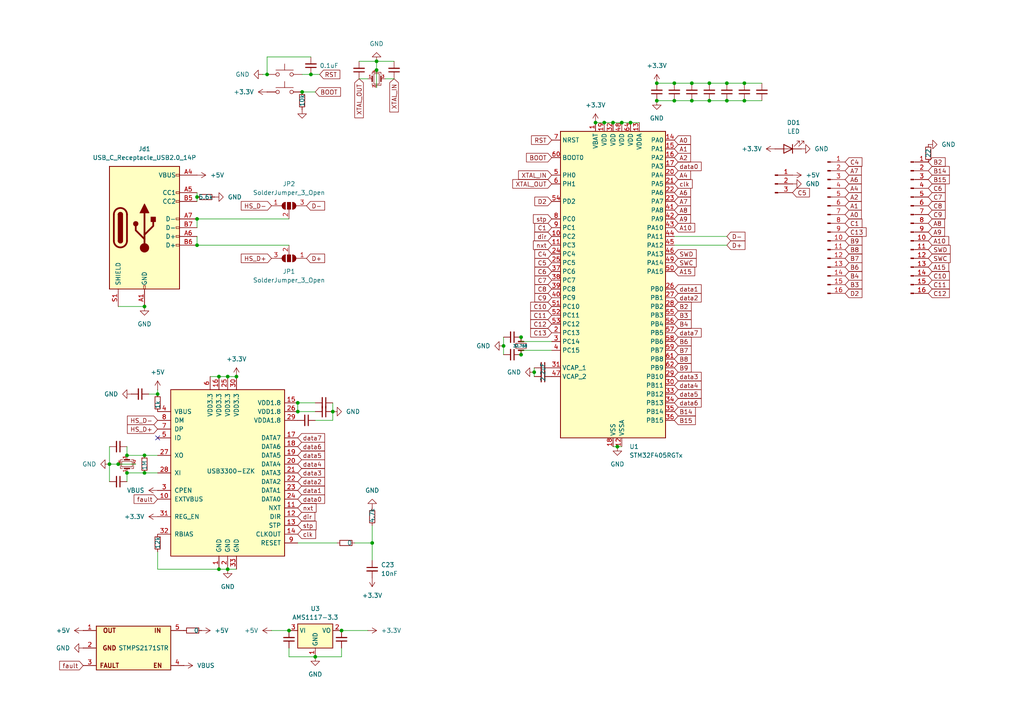
<source format=kicad_sch>
(kicad_sch (version 20241004) (generator "eeschema") (generator_version "8.99")
  (paper "A4")
  (lib_symbols
    (symbol "Connector:Conn_01x03_Pin" (pin_names (offset 1.016) (hide yes))
      (property "Reference" "J" (at 0 5.08 0))
      (property "Value" "Conn_01x03_Pin" (at 0 -5.08 0))
      (symbol "Conn_01x03_Pin_1_1"
        (pin passive line (at 5.08 2.54 180) (length 3.81) (name "Pin_1") (number "1"))
        (pin passive line (at 5.08 0 180) (length 3.81) (name "Pin_2") (number "2"))
        (pin passive line (at 5.08 -2.54 180) (length 3.81) (name "Pin_3") (number "3"))
      )
    )
    (symbol "Connector:Conn_01x16_Pin" (pin_names (offset 1.016) (hide yes))
      (property "Reference" "J" (at 0 20.32 0))
      (property "Value" "Conn_01x16_Pin" (at 0 -22.86 0))
      (symbol "Conn_01x16_Pin_1_1"
        (pin passive line (at 5.08 17.78 180) (length 3.81) (name "Pin_1") (number "1"))
        (pin passive line (at 5.08 15.24 180) (length 3.81) (name "Pin_2") (number "2"))
        (pin passive line (at 5.08 12.7 180) (length 3.81) (name "Pin_3") (number "3"))
        (pin passive line (at 5.08 10.16 180) (length 3.81) (name "Pin_4") (number "4"))
        (pin passive line (at 5.08 7.62 180) (length 3.81) (name "Pin_5") (number "5"))
        (pin passive line (at 5.08 5.08 180) (length 3.81) (name "Pin_6") (number "6"))
        (pin passive line (at 5.08 2.54 180) (length 3.81) (name "Pin_7") (number "7"))
        (pin passive line (at 5.08 0 180) (length 3.81) (name "Pin_8") (number "8"))
        (pin passive line (at 5.08 -2.54 180) (length 3.81) (name "Pin_9") (number "9"))
        (pin passive line (at 5.08 -5.08 180) (length 3.81) (name "Pin_10") (number "10"))
        (pin passive line (at 5.08 -7.62 180) (length 3.81) (name "Pin_11") (number "11"))
        (pin passive line (at 5.08 -10.16 180) (length 3.81) (name "Pin_12") (number "12"))
        (pin passive line (at 5.08 -12.7 180) (length 3.81) (name "Pin_13") (number "13"))
        (pin passive line (at 5.08 -15.24 180) (length 3.81) (name "Pin_14") (number "14"))
        (pin passive line (at 5.08 -17.78 180) (length 3.81) (name "Pin_15") (number "15"))
        (pin passive line (at 5.08 -20.32 180) (length 3.81) (name "Pin_16") (number "16"))
      )
    )
    (symbol "Connector:USB_C_Receptacle_USB2.0_14P" (pin_names (offset 1.016))
      (property "Reference" "J" (at 0 22.225 0))
      (property "Value" "USB_C_Receptacle_USB2.0_14P" (at 0 19.685 0))
      (symbol "USB_C_Receptacle_USB2.0_14P_1_1"
        (pin passive line (at -7.62 -22.86 90) (length 5.08) (name "SHIELD") (number "S1"))
        (pin passive line (at 0 -22.86 90) (length 5.08) (name "GND") (number "A1"))
        (pin passive line (at 0 -22.86 90) (length 5.08) (hide yes) (name "GND") (number "A12"))
        (pin passive line (at 0 -22.86 90) (length 5.08) (hide yes) (name "GND") (number "B1"))
        (pin passive line (at 0 -22.86 90) (length 5.08) (hide yes) (name "GND") (number "B12"))
        (pin passive line (at 15.24 15.24 180) (length 5.08) (name "VBUS") (number "A4"))
        (pin passive line (at 15.24 15.24 180) (length 5.08) (hide yes) (name "VBUS") (number "A9"))
        (pin passive line (at 15.24 15.24 180) (length 5.08) (hide yes) (name "VBUS") (number "B4"))
        (pin passive line (at 15.24 15.24 180) (length 5.08) (hide yes) (name "VBUS") (number "B9"))
        (pin bidirectional line (at 15.24 10.16 180) (length 5.08) (name "CC1") (number "A5"))
        (pin bidirectional line (at 15.24 7.62 180) (length 5.08) (name "CC2") (number "B5"))
        (pin bidirectional line (at 15.24 2.54 180) (length 5.08) (name "D-") (number "A7"))
        (pin bidirectional line (at 15.24 0 180) (length 5.08) (name "D-") (number "B7"))
        (pin bidirectional line (at 15.24 -2.54 180) (length 5.08) (name "D+") (number "A6"))
        (pin bidirectional line (at 15.24 -5.08 180) (length 5.08) (name "D+") (number "B6"))
      )
    )
    (symbol "Device:C_Small" (pin_numbers (hide yes)) (pin_names (offset 0.254) (hide yes))
      (property "Reference" "C" (at 0.254 1.778 0))
      (property "Value" "C_Small" (at 0.254 -2.032 0))
      (symbol "C_Small_1_1"
        (pin passive line (at 0 2.54 270) (length 2.032) (name "~") (number "1"))
        (pin passive line (at 0 -2.54 90) (length 2.032) (name "~") (number "2"))
      )
    )
    (symbol "Device:Crystal_GND24_Small" (pin_names (offset 1.016) (hide yes))
      (property "Reference" "Y" (at 1.27 4.445 0))
      (property "Value" "Crystal_GND24_Small" (at 1.27 2.54 0))
      (symbol "Crystal_GND24_Small_1_1"
        (pin passive line (at -2.54 0 0) (length 1.27) (name "1") (number "1"))
        (pin passive line (at 0 2.54 270) (length 0.635) (name "4") (number "4"))
        (pin passive line (at 0 -2.54 90) (length 0.635) (name "2") (number "2"))
        (pin passive line (at 2.54 0 180) (length 1.27) (name "3") (number "3"))
      )
    )
    (symbol "Device:Crystal_Small" (pin_numbers (hide yes)) (pin_names (offset 1.016) (hide yes))
      (property "Reference" "Y" (at 0 2.54 0))
      (property "Value" "Crystal_Small" (at 0 -2.54 0))
      (symbol "Crystal_Small_1_1"
        (pin passive line (at -2.54 0 0) (length 1.27) (name "1") (number "1"))
        (pin passive line (at 2.54 0 180) (length 1.27) (name "2") (number "2"))
      )
    )
    (symbol "Device:LED" (pin_numbers (hide yes)) (pin_names (offset 1.016) (hide yes))
      (property "Reference" "D" (at 0 2.54 0))
      (property "Value" "LED" (at 0 -2.54 0))
      (symbol "LED_1_1"
        (pin passive line (at -3.81 0 0) (length 2.54) (name "K") (number "1"))
        (pin passive line (at 3.81 0 180) (length 2.54) (name "A") (number "2"))
      )
    )
    (symbol "Device:R_Small" (pin_numbers (hide yes)) (pin_names (offset 0.254) (hide yes))
      (property "Reference" "R" (at 0.762 0.508 0))
      (property "Value" "R_Small" (at 0.762 -1.016 0))
      (symbol "R_Small_1_1"
        (pin passive line (at 0 2.54 270) (length 0.762) (name "~") (number "1"))
        (pin passive line (at 0 -2.54 90) (length 0.762) (name "~") (number "2"))
      )
    )
    (symbol "Interface_USB:USB3300-EZK" (pin_names (offset 1.016))
      (property "Reference" "U" (at 0 1.27 0))
      (property "Value" "USB3300-EZK" (at 0 -1.27 0))
      (symbol "USB3300-EZK_1_1"
        (pin power_in line (at -20.32 17.78 0) (length 3.81) (name "VBUS") (number "4"))
        (pin bidirectional line (at -20.32 15.24 0) (length 3.81) (name "DM") (number "8"))
        (pin bidirectional line (at -20.32 12.7 0) (length 3.81) (name "DP") (number "7"))
        (pin input line (at -20.32 10.16 0) (length 3.81) (name "ID") (number "5"))
        (pin output line (at -20.32 5.08 0) (length 3.81) (name "XO") (number "27"))
        (pin input line (at -20.32 0 0) (length 3.81) (name "XI") (number "28"))
        (pin output line (at -20.32 -5.08 0) (length 3.81) (name "CPEN") (number "3"))
        (pin input line (at -20.32 -7.62 0) (length 3.81) (name "EXTVBUS") (number "10"))
        (pin bidirectional line (at -20.32 -12.7 0) (length 3.81) (name "REG_EN") (number "31"))
        (pin passive line (at -20.32 -17.78 0) (length 3.81) (name "RBIAS") (number "32"))
        (pin power_in line (at -5.08 27.94 270) (length 3.81) (name "VDD3.3") (number "6"))
        (pin power_in line (at -2.54 27.94 270) (length 3.81) (name "VDD3.3") (number "16"))
        (pin power_in line (at -2.54 -27.94 90) (length 3.81) (name "GND") (number "1"))
        (pin power_in line (at 0 27.94 270) (length 3.81) (name "VDD3.3") (number "25"))
        (pin power_in line (at 0 -27.94 90) (length 3.81) (name "GND") (number "2"))
        (pin power_in line (at 2.54 27.94 270) (length 3.81) (name "VDD3.3") (number "30"))
        (pin power_in line (at 2.54 -27.94 90) (length 3.81) (name "GND") (number "33"))
        (pin power_out line (at 20.32 20.32 180) (length 3.81) (name "VDD1.8") (number "15"))
        (pin power_out line (at 20.32 17.78 180) (length 3.81) (name "VDD1.8") (number "26"))
        (pin power_out line (at 20.32 15.24 180) (length 3.81) (name "VDDA1.8") (number "29"))
        (pin bidirectional line (at 20.32 10.16 180) (length 3.81) (name "DATA7") (number "17"))
        (pin bidirectional line (at 20.32 7.62 180) (length 3.81) (name "DATA6") (number "18"))
        (pin bidirectional line (at 20.32 5.08 180) (length 3.81) (name "DATA5") (number "19"))
        (pin bidirectional line (at 20.32 2.54 180) (length 3.81) (name "DATA4") (number "20"))
        (pin bidirectional line (at 20.32 0 180) (length 3.81) (name "DATA3") (number "21"))
        (pin bidirectional line (at 20.32 -2.54 180) (length 3.81) (name "DATA2") (number "22"))
        (pin bidirectional line (at 20.32 -5.08 180) (length 3.81) (name "DATA1") (number "23"))
        (pin bidirectional line (at 20.32 -7.62 180) (length 3.81) (name "DATA0") (number "24"))
        (pin output line (at 20.32 -10.16 180) (length 3.81) (name "NXT") (number "11"))
        (pin output line (at 20.32 -12.7 180) (length 3.81) (name "DIR") (number "12"))
        (pin input line (at 20.32 -15.24 180) (length 3.81) (name "STP") (number "13"))
        (pin output line (at 20.32 -17.78 180) (length 3.81) (name "CLKOUT") (number "14"))
        (pin input line (at 20.32 -20.32 180) (length 3.81) (name "RESET") (number "9"))
      )
    )
    (symbol "Jumper:SolderJumper_3_Open" (pin_names (offset 0) (hide yes)) (exclude_from_sim yes) (in_bom no)
      (property "Reference" "JP" (at -2.54 -2.54 0))
      (property "Value" "SolderJumper_3_Open" (at 0 2.794 0))
      (symbol "SolderJumper_3_Open_1_1"
        (pin passive line (at -5.08 0 0) (length 2.54) (name "A") (number "1"))
        (pin passive line (at 0 -3.81 90) (length 2.54) (name "C") (number "2"))
        (pin passive line (at 5.08 0 180) (length 2.54) (name "B") (number "3"))
      )
    )
    (symbol "MCU_ST_STM32F4:STM32F405RGTx"
      (property "Reference" "U" (at -15.24 46.99 0))
      (property "Value" "STM32F405RGTx" (at 10.16 46.99 0))
      (symbol "STM32F405RGTx_1_1"
        (pin input line (at -17.78 43.18 0) (length 2.54) (name "NRST") (number "7"))
        (pin input line (at -17.78 38.1 0) (length 2.54) (name "BOOT0") (number "60"))
        (pin bidirectional line (at -17.78 33.02 0) (length 2.54) (name "PH0") (number "5"))
        (pin bidirectional line (at -17.78 30.48 0) (length 2.54) (name "PH1") (number "6"))
        (pin bidirectional line (at -17.78 25.4 0) (length 2.54) (name "PD2") (number "54"))
        (pin bidirectional line (at -17.78 20.32 0) (length 2.54) (name "PC0") (number "8"))
        (pin bidirectional line (at -17.78 17.78 0) (length 2.54) (name "PC1") (number "9"))
        (pin bidirectional line (at -17.78 15.24 0) (length 2.54) (name "PC2") (number "10"))
        (pin bidirectional line (at -17.78 12.7 0) (length 2.54) (name "PC3") (number "11"))
        (pin bidirectional line (at -17.78 10.16 0) (length 2.54) (name "PC4") (number "24"))
        (pin bidirectional line (at -17.78 7.62 0) (length 2.54) (name "PC5") (number "25"))
        (pin bidirectional line (at -17.78 5.08 0) (length 2.54) (name "PC6") (number "37"))
        (pin bidirectional line (at -17.78 2.54 0) (length 2.54) (name "PC7") (number "38"))
        (pin bidirectional line (at -17.78 0 0) (length 2.54) (name "PC8") (number "39"))
        (pin bidirectional line (at -17.78 -2.54 0) (length 2.54) (name "PC9") (number "40"))
        (pin bidirectional line (at -17.78 -5.08 0) (length 2.54) (name "PC10") (number "51"))
        (pin bidirectional line (at -17.78 -7.62 0) (length 2.54) (name "PC11") (number "52"))
        (pin bidirectional line (at -17.78 -10.16 0) (length 2.54) (name "PC12") (number "53"))
        (pin bidirectional line (at -17.78 -12.7 0) (length 2.54) (name "PC13") (number "2"))
        (pin bidirectional line (at -17.78 -15.24 0) (length 2.54) (name "PC14") (number "3"))
        (pin bidirectional line (at -17.78 -17.78 0) (length 2.54) (name "PC15") (number "4"))
        (pin power_out line (at -17.78 -22.86 0) (length 2.54) (name "VCAP_1") (number "31"))
        (pin power_out line (at -17.78 -25.4 0) (length 2.54) (name "VCAP_2") (number "47"))
        (pin power_in line (at -5.08 48.26 270) (length 2.54) (name "VBAT") (number "1"))
        (pin power_in line (at -2.54 48.26 270) (length 2.54) (name "VDD") (number "19"))
        (pin power_in line (at 0 48.26 270) (length 2.54) (name "VDD") (number "32"))
        (pin power_in line (at 0 -45.72 90) (length 2.54) (name "VSS") (number "18"))
        (pin passive line (at 0 -45.72 90) (length 2.54) (hide yes) (name "VSS") (number "63"))
        (pin power_in line (at 2.54 48.26 270) (length 2.54) (name "VDD") (number "48"))
        (pin power_in line (at 2.54 -45.72 90) (length 2.54) (name "VSSA") (number "12"))
        (pin power_in line (at 5.08 48.26 270) (length 2.54) (name "VDD") (number "64"))
        (pin power_in line (at 7.62 48.26 270) (length 2.54) (name "VDDA") (number "13"))
        (pin bidirectional line (at 17.78 43.18 180) (length 2.54) (name "PA0") (number "14"))
        (pin bidirectional line (at 17.78 40.64 180) (length 2.54) (name "PA1") (number "15"))
        (pin bidirectional line (at 17.78 38.1 180) (length 2.54) (name "PA2") (number "16"))
        (pin bidirectional line (at 17.78 35.56 180) (length 2.54) (name "PA3") (number "17"))
        (pin bidirectional line (at 17.78 33.02 180) (length 2.54) (name "PA4") (number "20"))
        (pin bidirectional line (at 17.78 30.48 180) (length 2.54) (name "PA5") (number "21"))
        (pin bidirectional line (at 17.78 27.94 180) (length 2.54) (name "PA6") (number "22"))
        (pin bidirectional line (at 17.78 25.4 180) (length 2.54) (name "PA7") (number "23"))
        (pin bidirectional line (at 17.78 22.86 180) (length 2.54) (name "PA8") (number "41"))
        (pin bidirectional line (at 17.78 20.32 180) (length 2.54) (name "PA9") (number "42"))
        (pin bidirectional line (at 17.78 17.78 180) (length 2.54) (name "PA10") (number "43"))
        (pin bidirectional line (at 17.78 15.24 180) (length 2.54) (name "PA11") (number "44"))
        (pin bidirectional line (at 17.78 12.7 180) (length 2.54) (name "PA12") (number "45"))
        (pin bidirectional line (at 17.78 10.16 180) (length 2.54) (name "PA13") (number "46"))
        (pin bidirectional line (at 17.78 7.62 180) (length 2.54) (name "PA14") (number "49"))
        (pin bidirectional line (at 17.78 5.08 180) (length 2.54) (name "PA15") (number "50"))
        (pin bidirectional line (at 17.78 0 180) (length 2.54) (name "PB0") (number "26"))
        (pin bidirectional line (at 17.78 -2.54 180) (length 2.54) (name "PB1") (number "27"))
        (pin bidirectional line (at 17.78 -5.08 180) (length 2.54) (name "PB2") (number "28"))
        (pin bidirectional line (at 17.78 -7.62 180) (length 2.54) (name "PB3") (number "55"))
        (pin bidirectional line (at 17.78 -10.16 180) (length 2.54) (name "PB4") (number "56"))
        (pin bidirectional line (at 17.78 -12.7 180) (length 2.54) (name "PB5") (number "57"))
        (pin bidirectional line (at 17.78 -15.24 180) (length 2.54) (name "PB6") (number "58"))
        (pin bidirectional line (at 17.78 -17.78 180) (length 2.54) (name "PB7") (number "59"))
        (pin bidirectional line (at 17.78 -20.32 180) (length 2.54) (name "PB8") (number "61"))
        (pin bidirectional line (at 17.78 -22.86 180) (length 2.54) (name "PB9") (number "62"))
        (pin bidirectional line (at 17.78 -25.4 180) (length 2.54) (name "PB10") (number "29"))
        (pin bidirectional line (at 17.78 -27.94 180) (length 2.54) (name "PB11") (number "30"))
        (pin bidirectional line (at 17.78 -30.48 180) (length 2.54) (name "PB12") (number "33"))
        (pin bidirectional line (at 17.78 -33.02 180) (length 2.54) (name "PB13") (number "34"))
        (pin bidirectional line (at 17.78 -35.56 180) (length 2.54) (name "PB14") (number "35"))
        (pin bidirectional line (at 17.78 -38.1 180) (length 2.54) (name "PB15") (number "36"))
      )
    )
    (symbol "Regulator_Linear:AMS1117-3.3"
      (property "Reference" "U" (at -3.81 3.175 0))
      (property "Value" "AMS1117-3.3" (at 0 3.175 0))
      (symbol "AMS1117-3.3_1_1"
        (pin power_in line (at -7.62 0 0) (length 2.54) (name "VI") (number "3"))
        (pin power_in line (at 0 -7.62 90) (length 2.54) (name "GND") (number "1"))
        (pin power_out line (at 7.62 0 180) (length 2.54) (name "VO") (number "2"))
      )
    )
    (symbol "STMPS2171STR:Conn_01x01" (pin_names (offset 1.016) (hide yes))
      (symbol "Conn_01x01_1_1"
        (text "OUT" (at 2.54 10.16 0) (effects (font (size 1.27 1.27) (thickness 0.254) (bold yes))))
        (text "GND" (at 2.54 5.08 0) (effects (font (size 1.27 1.27) (thickness 0.254) (bold yes))))
        (text "FAULT" (at 2.54 0 0) (effects (font (size 1.27 1.27) (thickness 0.254) (bold yes))))
        (text "IN" (at 16.51 10.16 0) (effects (font (size 1.27 1.27) (thickness 0.254) (bold yes))))
        (text "EN" (at 16.51 0 0) (effects (font (size 1.27 1.27) (thickness 0.254) (bold yes))))
        (pin passive line (at -5.08 10.16 0) (length 3.81) (name "Pin_1") (number "1"))
        (pin passive line (at -5.08 5.08 0) (length 3.81) (name "Pin_2") (number "2"))
        (pin passive line (at -5.08 0 0) (length 3.81) (name "Pin_3") (number "3"))
        (pin passive line (at 24.13 10.16 180) (length 3.81) (name "Pin_5") (number "5"))
        (pin passive line (at 24.13 0 180) (length 3.81) (name "Pin_4") (number "4"))
      )
    )
    (symbol "Switch:SW_Push" (pin_numbers (hide yes)) (pin_names (offset 1.016) (hide yes))
      (property "Reference" "SW" (at 1.27 2.54 0))
      (property "Value" "SW_Push" (at 0 -1.524 0))
      (symbol "SW_Push_0_1"
        (pin passive line (at -5.08 0 0) (length 2.54) (name "1") (number "1"))
        (pin passive line (at 5.08 0 180) (length 2.54) (name "2") (number "2"))
      )
    )
    (symbol "power:+3.3V" (power) (pin_numbers (hide yes)) (pin_names (offset 0) (hide yes))
      (property "Value" "+3.3V" (at 0 3.556 0))
      (symbol "+3.3V_1_1"
        (pin power_in line (at 0 0 90) (length 0) (name "~") (number "1"))
      )
    )
    (symbol "power:+5V" (power) (pin_numbers (hide yes)) (pin_names (offset 0) (hide yes))
      (property "Value" "+5V" (at 0 3.556 0))
      (symbol "+5V_1_1"
        (pin power_in line (at 0 0 90) (length 0) (name "~") (number "1"))
      )
    )
    (symbol "power:GND" (power) (pin_numbers (hide yes)) (pin_names (offset 0) (hide yes))
      (property "Value" "GND" (at 0 -3.81 0))
      (symbol "GND_1_1"
        (pin power_in line (at 0 0 270) (length 0) (name "~") (number "1"))
      )
    )
    (symbol "power:VBUS" (power) (pin_numbers (hide yes)) (pin_names (offset 0) (hide yes))
      (property "Value" "VBUS" (at 0 3.556 0))
      (symbol "VBUS_1_1"
        (pin power_in line (at 0 0 90) (length 0) (name "~") (number "1"))
      )
    )
  )
  (junction (at 195.58 29.21))
  (junction (at 57.15 63.5))
  (junction (at 86.36 116.84))
  (junction (at 91.44 190.5))
  (junction (at 107.95 157.48))
  (junction (at 45.72 114.3))
  (junction (at 205.74 24.13))
  (junction (at 172.72 35.56))
  (junction (at 63.5 109.22))
  (junction (at 182.88 35.56))
  (junction (at 99.06 182.88))
  (junction (at 66.04 165.1))
  (junction (at 90.17 21.59))
  (junction (at 87.63 26.67))
  (junction (at 200.66 29.21))
  (junction (at 151.13 102.87))
  (junction (at 41.91 137.16))
  (junction (at 210.82 24.13))
  (junction (at 57.15 71.12))
  (junction (at 205.74 29.21))
  (junction (at 63.5 165.1))
  (junction (at 175.26 35.56))
  (junction (at 177.8 35.56))
  (junction (at 36.83 132.08))
  (junction (at 109.22 20.32))
  (junction (at 215.9 29.21))
  (junction (at 179.07 129.54))
  (junction (at 210.82 29.21))
  (junction (at 41.91 88.9))
  (junction (at 57.15 57.15))
  (junction (at 215.9 24.13))
  (junction (at 41.91 132.08))
  (junction (at 96.52 119.38))
  (junction (at 180.34 35.56))
  (junction (at 146.05 100.33))
  (junction (at 200.66 24.13))
  (junction (at 151.13 97.79))
  (junction (at 109.22 17.78))
  (junction (at 68.58 109.22))
  (junction (at 36.83 137.16))
  (junction (at 154.94 107.95))
  (junction (at 83.82 182.88))
  (junction (at 195.58 24.13))
  (junction (at 66.04 109.22))
  (junction (at 31.75 134.62))
  (junction (at 86.36 119.38))
  (junction (at 190.5 24.13))
  (junction (at 77.47 21.59))
  (junction (at 190.5 29.21))
  (junction (at 34.29 134.62))
  (no_connect (at 45.72 127))
  (wire (pts (xy 91.44 119.38) (xy 86.36 119.38)))
  (wire (pts (xy 146.05 100.33) (xy 146.05 102.87)))
  (wire (pts (xy 107.95 157.48) (xy 107.95 162.56)))
  (wire (pts (xy 31.75 129.54) (xy 31.75 134.62)))
  (wire (pts (xy 63.5 165.1) (xy 66.04 165.1)))
  (wire (pts (xy 109.22 17.78) (xy 104.14 17.78)))
  (wire (pts (xy 195.58 68.58) (xy 210.82 68.58)))
  (wire (pts (xy 114.3 22.86) (xy 111.76 22.86)))
  (wire (pts (xy 45.72 160.02) (xy 45.72 165.1)))
  (wire (pts (xy 107.95 152.4) (xy 107.95 157.48)))
  (wire (pts (xy 200.66 24.13) (xy 205.74 24.13)))
  (wire (pts (xy 195.58 29.21) (xy 200.66 29.21)))
  (wire (pts (xy 190.5 24.13) (xy 195.58 24.13)))
  (wire (pts (xy 109.22 20.32) (xy 109.22 25.4)))
  (wire (pts (xy 180.34 35.56) (xy 182.88 35.56)))
  (wire (pts (xy 91.44 121.92) (xy 96.52 121.92)))
  (wire (pts (xy 83.82 190.5) (xy 91.44 190.5)))
  (wire (pts (xy 182.88 35.56) (xy 185.42 35.56)))
  (wire (pts (xy 43.18 114.3) (xy 45.72 114.3)))
  (wire (pts (xy 172.72 35.56) (xy 175.26 35.56)))
  (wire (pts (xy 34.29 88.9) (xy 41.91 88.9)))
  (wire (pts (xy 175.26 35.56) (xy 177.8 35.56)))
  (wire (pts (xy 36.83 139.7) (xy 36.83 137.16)))
  (wire (pts (xy 77.47 16.51) (xy 90.17 16.51)))
  (wire (pts (xy 92.71 21.59) (xy 90.17 21.59)))
  (wire (pts (xy 57.15 55.88) (xy 57.15 57.15)))
  (wire (pts (xy 66.04 109.22) (xy 68.58 109.22)))
  (wire (pts (xy 151.13 101.6) (xy 151.13 102.87)))
  (wire (pts (xy 104.14 22.86) (xy 106.68 22.86)))
  (wire (pts (xy 31.75 134.62) (xy 31.75 139.7)))
  (wire (pts (xy 90.17 21.59) (xy 87.63 21.59)))
  (wire (pts (xy 151.13 97.79) (xy 151.13 99.06)))
  (wire (pts (xy 60.96 109.22) (xy 63.5 109.22)))
  (wire (pts (xy 83.82 187.96) (xy 83.82 190.5)))
  (wire (pts (xy 41.91 137.16) (xy 45.72 137.16)))
  (wire (pts (xy 57.15 57.15) (xy 57.15 58.42)))
  (wire (pts (xy 57.15 68.58) (xy 57.15 71.12)))
  (wire (pts (xy 78.74 182.88) (xy 83.82 182.88)))
  (wire (pts (xy 45.72 113.03) (xy 45.72 114.3)))
  (wire (pts (xy 160.02 101.6) (xy 151.13 101.6)))
  (wire (pts (xy 154.94 107.95) (xy 154.94 109.22)))
  (wire (pts (xy 99.06 190.5) (xy 91.44 190.5)))
  (wire (pts (xy 177.8 129.54) (xy 179.07 129.54)))
  (wire (pts (xy 151.13 99.06) (xy 160.02 99.06)))
  (wire (pts (xy 96.52 116.84) (xy 96.52 119.38)))
  (wire (pts (xy 34.29 134.62) (xy 39.37 134.62)))
  (wire (pts (xy 205.74 24.13) (xy 210.82 24.13)))
  (wire (pts (xy 102.87 157.48) (xy 107.95 157.48)))
  (wire (pts (xy 200.66 29.21) (xy 205.74 29.21)))
  (wire (pts (xy 215.9 29.21) (xy 220.98 29.21)))
  (wire (pts (xy 96.52 121.92) (xy 96.52 119.38)))
  (wire (pts (xy 91.44 116.84) (xy 86.36 116.84)))
  (wire (pts (xy 154.94 106.68) (xy 154.94 107.95)))
  (wire (pts (xy 205.74 29.21) (xy 210.82 29.21)))
  (wire (pts (xy 109.22 17.78) (xy 109.22 20.32)))
  (wire (pts (xy 210.82 24.13) (xy 215.9 24.13)))
  (wire (pts (xy 190.5 29.21) (xy 195.58 29.21)))
  (wire (pts (xy 146.05 97.79) (xy 146.05 100.33)))
  (wire (pts (xy 66.04 165.1) (xy 68.58 165.1)))
  (wire (pts (xy 83.82 71.12) (xy 57.15 71.12)))
  (wire (pts (xy 106.68 182.88) (xy 99.06 182.88)))
  (wire (pts (xy 36.83 132.08) (xy 41.91 132.08)))
  (wire (pts (xy 31.75 134.62) (xy 34.29 134.62)))
  (wire (pts (xy 99.06 187.96) (xy 99.06 190.5)))
  (wire (pts (xy 86.36 116.84) (xy 86.36 119.38)))
  (wire (pts (xy 97.79 157.48) (xy 86.36 157.48)))
  (wire (pts (xy 76.2 21.59) (xy 77.47 21.59)))
  (wire (pts (xy 41.91 132.08) (xy 45.72 132.08)))
  (wire (pts (xy 57.15 63.5) (xy 57.15 66.04)))
  (wire (pts (xy 109.22 17.78) (xy 114.3 17.78)))
  (wire (pts (xy 195.58 24.13) (xy 200.66 24.13)))
  (wire (pts (xy 77.47 16.51) (xy 77.47 21.59)))
  (wire (pts (xy 91.44 26.67) (xy 87.63 26.67)))
  (wire (pts (xy 36.83 137.16) (xy 41.91 137.16)))
  (wire (pts (xy 36.83 129.54) (xy 36.83 132.08)))
  (wire (pts (xy 210.82 29.21) (xy 215.9 29.21)))
  (wire (pts (xy 83.82 63.5) (xy 57.15 63.5)))
  (wire (pts (xy 177.8 35.56) (xy 180.34 35.56)))
  (wire (pts (xy 179.07 129.54) (xy 180.34 129.54)))
  (wire (pts (xy 45.72 165.1) (xy 63.5 165.1)))
  (wire (pts (xy 215.9 24.13) (xy 220.98 24.13)))
  (wire (pts (xy 195.58 71.12) (xy 210.82 71.12)))
  (wire (pts (xy 63.5 109.22) (xy 66.04 109.22)))
  (global_label "A8" (shape input) (at 269.24 64.77 0) (property "Intersheetrefs" "${INTERSHEET_REFS}" (effects (hide yes))))
  (global_label "C6" (shape input) (at 160.02 78.74 180) (property "Intersheetrefs" "${INTERSHEET_REFS}" (effects (hide yes))))
  (global_label "B6" (shape input) (at 195.58 99.06 0) (property "Intersheetrefs" "${INTERSHEET_REFS}" (effects (hide yes))))
  (global_label "D2" (shape input) (at 160.02 58.42 180) (property "Intersheetrefs" "${INTERSHEET_REFS}" (effects (hide yes))))
  (global_label "C9" (shape input) (at 160.02 86.36 180) (property "Intersheetrefs" "${INTERSHEET_REFS}" (effects (hide yes))))
  (global_label "nxt" (shape input) (at 160.02 71.12 180) (property "Intersheetrefs" "${INTERSHEET_REFS}" (effects (hide yes))))
  (global_label "data4" (shape input) (at 195.58 111.76 0) (property "Intersheetrefs" "${INTERSHEET_REFS}" (effects (hide yes))))
  (global_label "A6" (shape input) (at 195.58 55.88 0) (property "Intersheetrefs" "${INTERSHEET_REFS}" (effects (hide yes))))
  (global_label "A0" (shape input) (at 195.58 40.64 0) (property "Intersheetrefs" "${INTERSHEET_REFS}" (effects (hide yes))))
  (global_label "stp" (shape input) (at 86.36 152.4 0) (property "Intersheetrefs" "${INTERSHEET_REFS}" (effects (hide yes))))
  (global_label "SWD" (shape input) (at 195.58 73.66 0) (property "Intersheetrefs" "${INTERSHEET_REFS}" (effects (hide yes))))
  (global_label "dir" (shape input) (at 86.36 149.86 0) (property "Intersheetrefs" "${INTERSHEET_REFS}" (effects (hide yes))))
  (global_label "C4" (shape input) (at 245.11 46.99 0) (property "Intersheetrefs" "${INTERSHEET_REFS}" (effects (hide yes))))
  (global_label "A9" (shape input) (at 195.58 63.5 0) (property "Intersheetrefs" "${INTERSHEET_REFS}" (effects (hide yes))))
  (global_label "XTAL_OUT" (shape input) (at 104.14 22.86 270) (property "Intersheetrefs" "${INTERSHEET_REFS}" (effects (hide yes))))
  (global_label "BOOT" (shape input) (at 91.44 26.67 0) (property "Intersheetrefs" "${INTERSHEET_REFS}" (effects (hide yes))))
  (global_label "C12" (shape input) (at 160.02 93.98 180) (property "Intersheetrefs" "${INTERSHEET_REFS}" (effects (hide yes))))
  (global_label "B2" (shape input) (at 195.58 88.9 0) (property "Intersheetrefs" "${INTERSHEET_REFS}" (effects (hide yes))))
  (global_label "C7" (shape input) (at 269.24 57.15 0) (property "Intersheetrefs" "${INTERSHEET_REFS}" (effects (hide yes))))
  (global_label "B4" (shape input) (at 245.11 80.01 0) (property "Intersheetrefs" "${INTERSHEET_REFS}" (effects (hide yes))))
  (global_label "clk" (shape input) (at 86.36 154.94 0) (property "Intersheetrefs" "${INTERSHEET_REFS}" (effects (hide yes))))
  (global_label "A1" (shape input) (at 245.11 59.69 0) (property "Intersheetrefs" "${INTERSHEET_REFS}" (effects (hide yes))))
  (global_label "clk" (shape input) (at 195.58 53.34 0) (property "Intersheetrefs" "${INTERSHEET_REFS}" (effects (hide yes))))
  (global_label "data3" (shape input) (at 86.36 137.16 0) (property "Intersheetrefs" "${INTERSHEET_REFS}" (effects (hide yes))))
  (global_label "HS_D+" (shape input) (at 45.72 124.46 180) (property "Intersheetrefs" "${INTERSHEET_REFS}" (effects (hide yes))))
  (global_label "SWD" (shape input) (at 269.24 72.39 0) (property "Intersheetrefs" "${INTERSHEET_REFS}" (effects (hide yes))))
  (global_label "C4" (shape input) (at 160.02 73.66 180) (property "Intersheetrefs" "${INTERSHEET_REFS}" (effects (hide yes))))
  (global_label "C6" (shape input) (at 269.24 54.61 0) (property "Intersheetrefs" "${INTERSHEET_REFS}" (effects (hide yes))))
  (global_label "A6" (shape input) (at 245.11 52.07 0) (property "Intersheetrefs" "${INTERSHEET_REFS}" (effects (hide yes))))
  (global_label "data7" (shape input) (at 86.36 127 0) (property "Intersheetrefs" "${INTERSHEET_REFS}" (effects (hide yes))))
  (global_label "C1" (shape input) (at 245.11 64.77 0) (property "Intersheetrefs" "${INTERSHEET_REFS}" (effects (hide yes))))
  (global_label "C9" (shape input) (at 269.24 62.23 0) (property "Intersheetrefs" "${INTERSHEET_REFS}" (effects (hide yes))))
  (global_label "XTAL_IN" (shape input) (at 160.02 50.8 180) (property "Intersheetrefs" "${INTERSHEET_REFS}" (effects (hide yes))))
  (global_label "XTAL_OUT" (shape input) (at 160.02 53.34 180) (property "Intersheetrefs" "${INTERSHEET_REFS}" (effects (hide yes))))
  (global_label "D+" (shape input) (at 88.9 74.93 0) (property "Intersheetrefs" "${INTERSHEET_REFS}" (effects (hide yes))))
  (global_label "B14" (shape input) (at 195.58 119.38 0) (property "Intersheetrefs" "${INTERSHEET_REFS}" (effects (hide yes))))
  (global_label "C8" (shape input) (at 160.02 83.82 180) (property "Intersheetrefs" "${INTERSHEET_REFS}" (effects (hide yes))))
  (global_label "C5" (shape input) (at 160.02 76.2 180) (property "Intersheetrefs" "${INTERSHEET_REFS}" (effects (hide yes))))
  (global_label "D-" (shape input) (at 210.82 68.58 0) (property "Intersheetrefs" "${INTERSHEET_REFS}" (effects (hide yes))))
  (global_label "data5" (shape input) (at 86.36 132.08 0) (property "Intersheetrefs" "${INTERSHEET_REFS}" (effects (hide yes))))
  (global_label "SWC" (shape input) (at 195.58 76.2 0) (property "Intersheetrefs" "${INTERSHEET_REFS}" (effects (hide yes))))
  (global_label "A10" (shape input) (at 195.58 66.04 0) (property "Intersheetrefs" "${INTERSHEET_REFS}" (effects (hide yes))))
  (global_label "nxt" (shape input) (at 86.36 147.32 0) (property "Intersheetrefs" "${INTERSHEET_REFS}" (effects (hide yes))))
  (global_label "data6" (shape input) (at 86.36 129.54 0) (property "Intersheetrefs" "${INTERSHEET_REFS}" (effects (hide yes))))
  (global_label "C7" (shape input) (at 160.02 81.28 180) (property "Intersheetrefs" "${INTERSHEET_REFS}" (effects (hide yes))))
  (global_label "dir" (shape input) (at 160.02 68.58 180) (property "Intersheetrefs" "${INTERSHEET_REFS}" (effects (hide yes))))
  (global_label "data0" (shape input) (at 195.58 48.26 0) (property "Intersheetrefs" "${INTERSHEET_REFS}" (effects (hide yes))))
  (global_label "data0" (shape input) (at 86.36 144.78 0) (property "Intersheetrefs" "${INTERSHEET_REFS}" (effects (hide yes))))
  (global_label "B15" (shape input) (at 195.58 121.92 0) (property "Intersheetrefs" "${INTERSHEET_REFS}" (effects (hide yes))))
  (global_label "C13" (shape input) (at 245.11 67.31 0) (property "Intersheetrefs" "${INTERSHEET_REFS}" (effects (hide yes))))
  (global_label "C13" (shape input) (at 160.02 96.52 180) (property "Intersheetrefs" "${INTERSHEET_REFS}" (effects (hide yes))))
  (global_label "D+" (shape input) (at 210.82 71.12 0) (property "Intersheetrefs" "${INTERSHEET_REFS}" (effects (hide yes))))
  (global_label "data5" (shape input) (at 195.58 114.3 0) (property "Intersheetrefs" "${INTERSHEET_REFS}" (effects (hide yes))))
  (global_label "A9" (shape input) (at 269.24 67.31 0) (property "Intersheetrefs" "${INTERSHEET_REFS}" (effects (hide yes))))
  (global_label "fault" (shape input) (at 24.13 193.04 180) (property "Intersheetrefs" "${INTERSHEET_REFS}" (effects (hide yes))))
  (global_label "A8" (shape input) (at 195.58 60.96 0) (property "Intersheetrefs" "${INTERSHEET_REFS}" (effects (hide yes))))
  (global_label "data6" (shape input) (at 195.58 116.84 0) (property "Intersheetrefs" "${INTERSHEET_REFS}" (effects (hide yes))))
  (global_label "BOOT" (shape input) (at 160.02 45.72 180) (property "Intersheetrefs" "${INTERSHEET_REFS}" (effects (hide yes))))
  (global_label "C11" (shape input) (at 160.02 91.44 180) (property "Intersheetrefs" "${INTERSHEET_REFS}" (effects (hide yes))))
  (global_label "B3" (shape input) (at 245.11 82.55 0) (property "Intersheetrefs" "${INTERSHEET_REFS}" (effects (hide yes))))
  (global_label "B2" (shape input) (at 269.24 46.99 0) (property "Intersheetrefs" "${INTERSHEET_REFS}" (effects (hide yes))))
  (global_label "B9" (shape input) (at 245.11 69.85 0) (property "Intersheetrefs" "${INTERSHEET_REFS}" (effects (hide yes))))
  (global_label "stp" (shape input) (at 160.02 63.5 180) (property "Intersheetrefs" "${INTERSHEET_REFS}" (effects (hide yes))))
  (global_label "SWC" (shape input) (at 269.24 74.93 0) (property "Intersheetrefs" "${INTERSHEET_REFS}" (effects (hide yes))))
  (global_label "B3" (shape input) (at 195.58 91.44 0) (property "Intersheetrefs" "${INTERSHEET_REFS}" (effects (hide yes))))
  (global_label "RST" (shape input) (at 160.02 40.64 180) (property "Intersheetrefs" "${INTERSHEET_REFS}" (effects (hide yes))))
  (global_label "A2" (shape input) (at 245.11 57.15 0) (property "Intersheetrefs" "${INTERSHEET_REFS}" (effects (hide yes))))
  (global_label "A2" (shape input) (at 195.58 45.72 0) (property "Intersheetrefs" "${INTERSHEET_REFS}" (effects (hide yes))))
  (global_label "XTAL_IN" (shape input) (at 114.3 22.86 270) (property "Intersheetrefs" "${INTERSHEET_REFS}" (effects (hide yes))))
  (global_label "data1" (shape input) (at 195.58 83.82 0) (property "Intersheetrefs" "${INTERSHEET_REFS}" (effects (hide yes))))
  (global_label "C10" (shape input) (at 269.24 80.01 0) (property "Intersheetrefs" "${INTERSHEET_REFS}" (effects (hide yes))))
  (global_label "C10" (shape input) (at 160.02 88.9 180) (property "Intersheetrefs" "${INTERSHEET_REFS}" (effects (hide yes))))
  (global_label "data1" (shape input) (at 86.36 142.24 0) (property "Intersheetrefs" "${INTERSHEET_REFS}" (effects (hide yes))))
  (global_label "B14" (shape input) (at 269.24 49.53 0) (property "Intersheetrefs" "${INTERSHEET_REFS}" (effects (hide yes))))
  (global_label "D-" (shape input) (at 88.9 59.69 0) (property "Intersheetrefs" "${INTERSHEET_REFS}" (effects (hide yes))))
  (global_label "fault" (shape input) (at 45.72 144.78 180) (property "Intersheetrefs" "${INTERSHEET_REFS}" (effects (hide yes))))
  (global_label "D2" (shape input) (at 245.11 85.09 0) (property "Intersheetrefs" "${INTERSHEET_REFS}" (effects (hide yes))))
  (global_label "data7" (shape input) (at 195.58 96.52 0) (property "Intersheetrefs" "${INTERSHEET_REFS}" (effects (hide yes))))
  (global_label "A0" (shape input) (at 245.11 62.23 0) (property "Intersheetrefs" "${INTERSHEET_REFS}" (effects (hide yes))))
  (global_label "C8" (shape input) (at 269.24 59.69 0) (property "Intersheetrefs" "${INTERSHEET_REFS}" (effects (hide yes))))
  (global_label "A7" (shape input) (at 195.58 58.42 0) (property "Intersheetrefs" "${INTERSHEET_REFS}" (effects (hide yes))))
  (global_label "data3" (shape input) (at 195.58 109.22 0) (property "Intersheetrefs" "${INTERSHEET_REFS}" (effects (hide yes))))
  (global_label "C11" (shape input) (at 269.24 82.55 0) (property "Intersheetrefs" "${INTERSHEET_REFS}" (effects (hide yes))))
  (global_label "RST" (shape input) (at 92.71 21.59 0) (property "Intersheetrefs" "${INTERSHEET_REFS}" (effects (hide yes))))
  (global_label "HS_D-" (shape input) (at 78.74 59.69 180) (property "Intersheetrefs" "${INTERSHEET_REFS}" (effects (hide yes))))
  (global_label "data2" (shape input) (at 86.36 139.7 0) (property "Intersheetrefs" "${INTERSHEET_REFS}" (effects (hide yes))))
  (global_label "A15" (shape input) (at 195.58 78.74 0) (property "Intersheetrefs" "${INTERSHEET_REFS}" (effects (hide yes))))
  (global_label "data2" (shape input) (at 195.58 86.36 0) (property "Intersheetrefs" "${INTERSHEET_REFS}" (effects (hide yes))))
  (global_label "B7" (shape input) (at 245.11 74.93 0) (property "Intersheetrefs" "${INTERSHEET_REFS}" (effects (hide yes))))
  (global_label "data4" (shape input) (at 86.36 134.62 0) (property "Intersheetrefs" "${INTERSHEET_REFS}" (effects (hide yes))))
  (global_label "A7" (shape input) (at 245.11 49.53 0) (property "Intersheetrefs" "${INTERSHEET_REFS}" (effects (hide yes))))
  (global_label "B15" (shape input) (at 269.24 52.07 0) (property "Intersheetrefs" "${INTERSHEET_REFS}" (effects (hide yes))))
  (global_label "A4" (shape input) (at 245.11 54.61 0) (property "Intersheetrefs" "${INTERSHEET_REFS}" (effects (hide yes))))
  (global_label "B8" (shape input) (at 245.11 72.39 0) (property "Intersheetrefs" "${INTERSHEET_REFS}" (effects (hide yes))))
  (global_label "A1" (shape input) (at 195.58 43.18 0) (property "Intersheetrefs" "${INTERSHEET_REFS}" (effects (hide yes))))
  (global_label "B4" (shape input) (at 195.58 93.98 0) (property "Intersheetrefs" "${INTERSHEET_REFS}" (effects (hide yes))))
  (global_label "B9" (shape input) (at 195.58 106.68 0) (property "Intersheetrefs" "${INTERSHEET_REFS}" (effects (hide yes))))
  (global_label "HS_D+" (shape input) (at 78.74 74.93 180) (property "Intersheetrefs" "${INTERSHEET_REFS}" (effects (hide yes))))
  (global_label "A4" (shape input) (at 195.58 50.8 0) (property "Intersheetrefs" "${INTERSHEET_REFS}" (effects (hide yes))))
  (global_label "A15" (shape input) (at 269.24 77.47 0) (property "Intersheetrefs" "${INTERSHEET_REFS}" (effects (hide yes))))
  (global_label "B7" (shape input) (at 195.58 101.6 0) (property "Intersheetrefs" "${INTERSHEET_REFS}" (effects (hide yes))))
  (global_label "A10" (shape input) (at 269.24 69.85 0) (property "Intersheetrefs" "${INTERSHEET_REFS}" (effects (hide yes))))
  (global_label "C12" (shape input) (at 269.24 85.09 0) (property "Intersheetrefs" "${INTERSHEET_REFS}" (effects (hide yes))))
  (global_label "B6" (shape input) (at 245.11 77.47 0) (property "Intersheetrefs" "${INTERSHEET_REFS}" (effects (hide yes))))
  (global_label "B8" (shape input) (at 195.58 104.14 0) (property "Intersheetrefs" "${INTERSHEET_REFS}" (effects (hide yes))))
  (global_label "HS_D-" (shape input) (at 45.72 121.92 180) (property "Intersheetrefs" "${INTERSHEET_REFS}" (effects (hide yes))))
  (global_label "C5" (shape input) (at 229.87 55.88 0) (property "Intersheetrefs" "${INTERSHEET_REFS}" (effects (hide yes))))
  (global_label "C1" (shape input) (at 160.02 66.04 180) (property "Intersheetrefs" "${INTERSHEET_REFS}" (effects (hide yes))))
  (symbol (lib_id "power:GND") (at 76.2 21.59 270) (unit 1)
    (property "Reference" "#PWR03" (effects (hide yes)))
    (property "Value" "GND" (at 72.39 21.5899 90) (effects (justify right)))
    (property "Description" "Power symbol creates a global label with name \"GND\" , ground" (effects (hide yes)))
  )
  (symbol (lib_id "Device:R_Small") (at 41.91 134.62 0) (unit 1)
    (property "Reference" "R3" (effects (hide yes)))
    (property "Value" "1M" (at 41.91 136.398 90) (effects (justify left)))
    (property "Footprint" "Resistor_SMD:R_0603_1608Metric" (effects (hide yes)))
    (property "Description" "Resistor, small symbol" (effects (hide yes)))
  )
  (symbol (lib_id "Switch:SW_Push") (at 82.55 26.67 0) (unit 1)
    (property "Reference" "BOOT0" (effects (hide yes)))
    (property "Value" "SW_Push" (effects (hide yes)))
    (property "Footprint" "Connector_JST:JST_EH_B2B-EH-A_1x02_P2.50mm_Vertical" (effects (hide yes)))
    (property "Description" "Push button switch, generic, two pins" (effects (hide yes)))
  )
  (symbol (lib_id "Device:R_Small") (at 59.69 57.15 90) (unit 1)
    (property "Reference" "R5" (effects (hide yes)))
    (property "Value" "5.6k" (at 59.69 57.15 90))
    (property "Footprint" "Resistor_SMD:R_0603_1608Metric" (effects (hide yes)))
    (property "Description" "Resistor, small symbol" (effects (hide yes)))
  )
  (symbol (lib_id "Device:Crystal_GND24_Small") (at 36.83 134.62 90) (unit 1)
    (property "Reference" "Y2" (effects (hide yes)))
    (property "Value" "24mhz" (effects (hide yes)))
    (property "Footprint" "Crystal:Crystal_SMD_3225-4Pin_3.2x2.5mm" (effects (hide yes)))
    (property "Description" "Four pin crystal, GND on pins 2 and 4, small symbol" (effects (hide yes)))
  )
  (symbol (lib_id "power:GND") (at 87.63 31.75 0) (unit 1)
    (property "Reference" "#PWR01" (effects (hide yes)))
    (property "Value" "GND" (effects (hide yes)))
    (property "Description" "Power symbol creates a global label with name \"GND\" , ground" (effects (hide yes)))
  )
  (symbol (lib_id "Device:C_Small") (at 88.9 121.92 270) (unit 1)
    (property "Reference" "C11" (effects (hide yes)))
    (property "Value" "4.7uF" (effects (hide yes)))
    (property "Footprint" "Capacitor_SMD:C_0603_1608Metric" (effects (hide yes)))
    (property "Description" "Unpolarized capacitor, small symbol" (effects (hide yes)))
  )
  (symbol (lib_id "Interface_USB:USB3300-EZK") (at 66.04 137.16 0) (unit 1)
    (property "Reference" "U2" (effects (hide yes)))
    (property "Value" "USB3300-EZK" (at 59.944 136.652 0) (effects (justify left)))
    (property "Footprint" "Package_DFN_QFN:QFN-32-1EP_5x5mm_P0.5mm_EP3.45x3.45mm" (effects (hide yes)))
    (property "Datasheet" "http://ww1.microchip.com/downloads/en/DeviceDoc/00001783C.pdf" (effects (hide yes)))
    (property "Description" "Hi-Speed USB Host, Device or OTG PHY with ULPI Interface" (effects (hide yes)))
  )
  (symbol (lib_id "Device:C_Small") (at 157.48 109.22 270) (unit 1)
    (property "Reference" "C3" (effects (hide yes)))
    (property "Value" "2.2uF" (effects (hide yes)))
    (property "Footprint" "Capacitor_SMD:C_0603_1608Metric" (effects (hide yes)))
    (property "Description" "Unpolarized capacitor, small symbol" (effects (hide yes)))
  )
  (symbol (lib_id "Device:C_Small") (at 195.58 26.67 180) (unit 1)
    (property "Reference" "C17" (effects (hide yes)))
    (property "Value" "0.1Uf" (effects (hide yes)))
    (property "Footprint" "Capacitor_SMD:C_0603_1608Metric" (effects (hide yes)))
    (property "Description" "Unpolarized capacitor, small symbol" (effects (hide yes)))
  )
  (symbol (lib_id "power:VBUS") (at 53.34 193.04 270) (unit 1)
    (property "Reference" "#PWR031" (effects (hide yes)))
    (property "Value" "VBUS" (at 57.15 193.0399 90) (effects (justify left)))
    (property "Description" "Power symbol creates a global label with name \"VBUS\"" (effects (hide yes)))
  )
  (symbol (lib_id "Device:C_Small") (at 93.98 119.38 270) (unit 1)
    (property "Reference" "C10" (effects (hide yes)))
    (property "Value" "1uF" (effects (hide yes)))
    (property "Footprint" "Capacitor_SMD:C_0603_1608Metric" (effects (hide yes)))
    (property "Description" "Unpolarized capacitor, small symbol" (effects (hide yes)))
  )
  (symbol (lib_id "Device:C_Small") (at 200.66 26.67 180) (unit 1)
    (property "Reference" "C18" (effects (hide yes)))
    (property "Value" "0.1Uf" (effects (hide yes)))
    (property "Footprint" "Capacitor_SMD:C_0603_1608Metric" (effects (hide yes)))
    (property "Description" "Unpolarized capacitor, small symbol" (effects (hide yes)))
  )
  (symbol (lib_id "power:+3.3V") (at 68.58 109.22 0) (unit 1)
    (property "Reference" "#PWR011" (effects (hide yes)))
    (property "Value" "+3.3V" (at 68.58 104.14 0))
    (property "Description" "Power symbol creates a global label with name \"+3.3V\"" (effects (hide yes)))
  )
  (symbol (lib_id "power:GND") (at 31.75 134.62 270) (unit 1)
    (property "Reference" "#PWR08" (effects (hide yes)))
    (property "Value" "GND" (at 27.94 134.6199 90) (effects (justify right)))
    (property "Description" "Power symbol creates a global label with name \"GND\" , ground" (effects (hide yes)))
  )
  (symbol (lib_id "Device:C_Small") (at 205.74 26.67 180) (unit 1)
    (property "Reference" "C19" (effects (hide yes)))
    (property "Value" "0.1Uf" (effects (hide yes)))
    (property "Footprint" "Capacitor_SMD:C_0603_1608Metric" (effects (hide yes)))
    (property "Description" "Unpolarized capacitor, small symbol" (effects (hide yes)))
  )
  (symbol (lib_id "Device:R_Small") (at 100.33 157.48 90) (unit 1)
    (property "Reference" "R10" (effects (hide yes)))
    (property "Value" "0" (at 102.108 157.48 90) (effects (justify left)))
    (property "Footprint" "Resistor_SMD:R_0603_1608Metric" (effects (hide yes)))
    (property "Description" "Resistor, small symbol" (effects (hide yes)))
  )
  (symbol (lib_id "Device:R_Small") (at 107.95 149.86 0) (unit 1)
    (property "Reference" "R9" (effects (hide yes)))
    (property "Value" "4.7k" (at 107.95 151.638 90) (effects (justify left)))
    (property "Footprint" "Resistor_SMD:R_0603_1608Metric" (effects (hide yes)))
    (property "Description" "Resistor, small symbol" (effects (hide yes)))
  )
  (symbol (lib_id "power:GND") (at 62.23 57.15 90) (unit 1)
    (property "Reference" "#PWR014" (effects (hide yes)))
    (property "Value" "GND" (at 66.04 57.1499 90) (effects (justify right)))
    (property "Description" "Power symbol creates a global label with name \"GND\" , ground" (effects (hide yes)))
  )
  (symbol (lib_id "Device:R_Small") (at 45.72 157.48 0) (unit 1)
    (property "Reference" "R2" (effects (hide yes)))
    (property "Value" "12k" (at 45.72 159.258 90) (effects (justify left)))
    (property "Footprint" "Resistor_SMD:R_0603_1608Metric" (effects (hide yes)))
    (property "Description" "Resistor, small symbol" (effects (hide yes)))
  )
  (symbol (lib_id "power:+5V") (at 58.42 182.88 270) (unit 1)
    (property "Reference" "#PWR033" (effects (hide yes)))
    (property "Value" "+5V" (at 62.23 182.8799 90) (effects (justify left)))
    (property "Description" "Power symbol creates a global label with name \"+5V\"" (effects (hide yes)))
  )
  (symbol (lib_id "power:GND") (at 229.87 53.34 90) (unit 1)
    (property "Reference" "#PWR022" (effects (hide yes)))
    (property "Value" "GND" (at 233.68 53.3399 90) (effects (justify right)))
    (property "Description" "Power symbol creates a global label with name \"GND\" , ground" (effects (hide yes)))
  )
  (symbol (lib_id "power:+3.3V") (at 45.72 149.86 90) (unit 1)
    (property "Reference" "#PWR07" (effects (hide yes)))
    (property "Value" "+3.3V" (at 41.91 149.8599 90) (effects (justify left)))
    (property "Description" "Power symbol creates a global label with name \"+3.3V\"" (effects (hide yes)))
  )
  (symbol (lib_id "MCU_ST_STM32F4:STM32F405RGTx") (at 177.8 83.82 0) (unit 1)
    (property "Reference" "U1" (at 182.5341 129.54 0) (effects (justify left)))
    (property "Value" "STM32F405RGTx" (at 182.5341 132.08 0) (effects (justify left)))
    (property "Footprint" "Package_QFP:LQFP-64_10x10mm_P0.5mm" (effects (hide yes)))
    (property "Datasheet" "https://www.st.com/resource/en/datasheet/stm32f405rg.pdf" (effects (hide yes)))
    (property "Description" "STMicroelectronics Arm Cortex-M4 MCU, 1024KB flash, 192KB RAM, 168 MHz, 1.8-3.6V, 51 GPIO, LQFP64" (effects (hide yes)))
  )
  (symbol (lib_id "power:+3.3V") (at 77.47 26.67 90) (unit 1)
    (property "Reference" "#PWR02" (effects (hide yes)))
    (property "Value" "+3.3V" (at 73.66 26.6699 90) (effects (justify left)))
    (property "Description" "Power symbol creates a global label with name \"+3.3V\"" (effects (hide yes)))
  )
  (symbol (lib_id "power:VBUS") (at 45.72 142.24 90) (unit 1)
    (property "Reference" "#PWR032" (effects (hide yes)))
    (property "Value" "VBUS" (at 41.91 142.2399 90) (effects (justify left)))
    (property "Description" "Power symbol creates a global label with name \"VBUS\"" (effects (hide yes)))
  )
  (symbol (lib_id "power:+5V") (at 45.72 113.03 0) (unit 1)
    (property "Reference" "#PWR09" (effects (hide yes)))
    (property "Value" "+5V" (at 45.72 107.95 0))
    (property "Description" "Power symbol creates a global label with name \"+5V\"" (effects (hide yes)))
  )
  (symbol (lib_id "power:GND") (at 107.95 147.32 180) (unit 1)
    (property "Reference" "#PWR034" (effects (hide yes)))
    (property "Value" "GND" (at 107.95 142.24 0))
    (property "Description" "Power symbol creates a global label with name \"GND\" , ground" (effects (hide yes)))
  )
  (symbol (lib_id "Regulator_Linear:AMS1117-3.3") (at 91.44 182.88 0) (unit 1)
    (property "Reference" "U3" (at 91.44 176.53 0))
    (property "Value" "AMS1117-3.3" (at 91.44 179.07 0))
    (property "Footprint" "Package_TO_SOT_SMD:SOT-223-3_TabPin2" (effects (hide yes)))
    (property "Datasheet" "http://www.advanced-monolithic.com/pdf/ds1117.pdf" (effects (hide yes)))
    (property "Description" "1A Low Dropout regulator, positive, 3.3V fixed output, SOT-223" (effects (hide yes)))
  )
  (symbol (lib_id "Device:C_Small") (at 104.14 20.32 180) (unit 1)
    (property "Reference" "C4" (effects (hide yes)))
    (property "Value" "12pF" (effects (hide yes)))
    (property "Footprint" "Capacitor_SMD:C_0603_1608Metric" (effects (hide yes)))
    (property "Description" "Unpolarized capacitor, small symbol" (effects (hide yes)))
  )
  (symbol (lib_id "power:GND") (at 96.52 119.38 90) (unit 1)
    (property "Reference" "#PWR012" (effects (hide yes)))
    (property "Value" "GND" (at 100.33 119.3799 90) (effects (justify right)))
    (property "Description" "Power symbol creates a global label with name \"GND\" , ground" (effects (hide yes)))
  )
  (symbol (lib_id "Device:C_Small") (at 157.48 106.68 270) (unit 1)
    (property "Reference" "C2" (effects (hide yes)))
    (property "Value" "2.2uF" (at 157.48 107.95 0))
    (property "Footprint" "Capacitor_SMD:C_0603_1608Metric" (effects (hide yes)))
    (property "Description" "Unpolarized capacitor, small symbol" (effects (hide yes)))
  )
  (symbol (lib_id "power:+3.3V") (at 107.95 167.64 180) (unit 1)
    (property "Reference" "#PWR035" (effects (hide yes)))
    (property "Value" "+3.3V" (at 107.95 172.72 0))
    (property "Description" "Power symbol creates a global label with name \"+3.3V\"" (effects (hide yes)))
  )
  (symbol (lib_id "power:GND") (at 190.5 29.21 0) (unit 1)
    (property "Reference" "#PWR025" (effects (hide yes)))
    (property "Value" "GND" (at 190.5 34.29 0))
    (property "Description" "Power symbol creates a global label with name \"GND\" , ground" (effects (hide yes)))
  )
  (symbol (lib_id "Device:C_Small") (at 34.29 139.7 270) (unit 1)
    (property "Reference" "C6" (effects (hide yes)))
    (property "Value" "12pF" (effects (hide yes)))
    (property "Footprint" "Capacitor_SMD:C_0603_1608Metric" (effects (hide yes)))
    (property "Description" "Unpolarized capacitor, small symbol" (effects (hide yes)))
  )
  (symbol (lib_id "Connector:USB_C_Receptacle_USB2.0_14P") (at 41.91 66.04 0) (unit 1)
    (property "Reference" "Jd1" (at 41.91 43.18 0))
    (property "Value" "USB_C_Receptacle_USB2.0_14P" (at 41.91 45.72 0))
    (property "Footprint" "Connector_USB:USB_C_Receptacle_G-Switch_GT-USB-7010ASV" (effects (hide yes)))
    (property "Datasheet" "https://www.usb.org/sites/default/files/documents/usb_type-c.zip" (effects (hide yes)))
    (property "Description" "USB 2.0-only 14P Type-C Receptacle connector" (effects (hide yes)))
  )
  (symbol (lib_id "Device:C_Small") (at 215.9 26.67 180) (unit 1)
    (property "Reference" "C21" (effects (hide yes)))
    (property "Value" "0.1Uf" (effects (hide yes)))
    (property "Footprint" "Capacitor_SMD:C_0603_1608Metric" (effects (hide yes)))
    (property "Description" "Unpolarized capacitor, small symbol" (effects (hide yes)))
  )
  (symbol (lib_id "Device:Crystal_GND24_Small") (at 109.22 22.86 0) (unit 1)
    (property "Reference" "Y1" (effects (hide yes)))
    (property "Value" "12mhz" (effects (hide yes)))
    (property "Footprint" "Crystal:Crystal_SMD_3225-4Pin_3.2x2.5mm" (effects (hide yes)))
    (property "Description" "Four pin crystal, GND on pins 2 and 4, small symbol" (effects (hide yes)))
  )
  (symbol (lib_id "Device:C_Small") (at 93.98 116.84 270) (unit 1)
    (property "Reference" "C9" (effects (hide yes)))
    (property "Value" "4.7uF" (effects (hide yes)))
    (property "Footprint" "Capacitor_SMD:C_0603_1608Metric" (effects (hide yes)))
    (property "Description" "Unpolarized capacitor, small symbol" (effects (hide yes)))
  )
  (symbol (lib_id "power:+5V") (at 24.13 182.88 90) (unit 1)
    (property "Reference" "#PWR029" (effects (hide yes)))
    (property "Value" "+5V" (at 20.32 182.8799 90) (effects (justify left)))
    (property "Description" "Power symbol creates a global label with name \"+5V\"" (effects (hide yes)))
  )
  (symbol (lib_id "power:GND") (at 109.22 17.78 180) (unit 1)
    (property "Reference" "#PWR05" (effects (hide yes)))
    (property "Value" "GND" (at 109.22 12.7 0))
    (property "Description" "Power symbol creates a global label with name \"GND\" , ground" (effects (hide yes)))
  )
  (symbol (lib_id "power:GND") (at 91.44 190.5 0) (unit 1)
    (property "Reference" "#PWR018" (effects (hide yes)))
    (property "Value" "GND" (at 91.44 195.58 0))
    (property "Description" "Power symbol creates a global label with name \"GND\" , ground" (effects (hide yes)))
  )
  (symbol (lib_id "power:GND") (at 232.41 43.18 90) (unit 1)
    (property "Reference" "#PWR026" (effects (hide yes)))
    (property "Value" "GND" (at 236.22 43.1799 90) (effects (justify right)))
    (property "Description" "Power symbol creates a global label with name \"GND\" , ground" (effects (hide yes)))
  )
  (symbol (lib_id "power:+5V") (at 78.74 182.88 90) (unit 1)
    (property "Reference" "#PWR016" (effects (hide yes)))
    (property "Value" "+5V" (at 74.93 182.8799 90) (effects (justify left)))
    (property "Description" "Power symbol creates a global label with name \"+5V\"" (effects (hide yes)))
  )
  (symbol (lib_id "Device:C_Small") (at 99.06 185.42 180) (unit 1)
    (property "Reference" "C13" (effects (hide yes)))
    (property "Value" "12pF" (effects (hide yes)))
    (property "Footprint" "Capacitor_SMD:C_0603_1608Metric" (effects (hide yes)))
    (property "Description" "Unpolarized capacitor, small symbol" (effects (hide yes)))
  )
  (symbol (lib_id "Device:LED") (at 228.6 43.18 180) (unit 1)
    (property "Reference" "DD1" (at 230.1875 35.56 0))
    (property "Value" "LED" (at 230.1875 38.1 0))
    (property "Footprint" "LED_SMD:LED_PLCC-2_3.4x3.0mm_KA" (effects (hide yes)))
    (property "Description" "Light emitting diode" (effects (hide yes)))
  )
  (symbol (lib_id "power:+5V") (at 229.87 50.8 270) (unit 1)
    (property "Reference" "#PWR023" (effects (hide yes)))
    (property "Value" "+5V" (at 233.68 50.7999 90) (effects (justify left)))
    (property "Description" "Power symbol creates a global label with name \"+5V\"" (effects (hide yes)))
  )
  (symbol (lib_id "Device:C_Small") (at 114.3 20.32 180) (unit 1)
    (property "Reference" "C5" (effects (hide yes)))
    (property "Value" "12pF" (effects (hide yes)))
    (property "Footprint" "Capacitor_SMD:C_0603_1608Metric" (effects (hide yes)))
    (property "Description" "Unpolarized capacitor, small symbol" (effects (hide yes)))
  )
  (symbol (lib_id "Device:R_Small") (at 87.63 29.21 0) (unit 1)
    (property "Reference" "R1" (effects (hide yes)))
    (property "Value" "10k" (at 87.63 30.988 90) (effects (justify left)))
    (property "Footprint" "Resistor_SMD:R_0603_1608Metric" (effects (hide yes)))
    (property "Description" "Resistor, small symbol" (effects (hide yes)))
  )
  (symbol (lib_id "power:GND") (at 24.13 187.96 270) (unit 1)
    (property "Reference" "#PWR030" (effects (hide yes)))
    (property "Value" "GND" (at 20.32 187.9599 90) (effects (justify right)))
    (property "Description" "Power symbol creates a global label with name \"GND\" , ground" (effects (hide yes)))
  )
  (symbol (lib_id "Connector:Conn_01x16_Pin") (at 264.16 64.77 0) (unit 1)
    (property "Reference" "J3" (effects (hide yes)))
    (property "Value" "Conn_01x16_Pin" (effects (hide yes)))
    (property "Footprint" "Connector_PinHeader_2.54mm:PinHeader_1x16_P2.54mm_Vertical" (effects (hide yes)))
    (property "Description" "Generic connector, single row, 01x16, script generated" (effects (hide yes)))
  )
  (symbol (lib_id "Device:C_Small") (at 190.5 26.67 180) (unit 1)
    (property "Reference" "C16" (effects (hide yes)))
    (property "Value" "0.1Uf" (effects (hide yes)))
    (property "Footprint" "Capacitor_SMD:C_0603_1608Metric" (effects (hide yes)))
    (property "Description" "Unpolarized capacitor, small symbol" (effects (hide yes)))
  )
  (symbol (lib_id "Connector:Conn_01x03_Pin") (at 224.79 53.34 0) (unit 1)
    (property "Reference" "J1" (effects (hide yes)))
    (property "Value" "Conn_01x03_Pin" (effects (hide yes)))
    (property "Footprint" "Connector_JST:JST_EH_B3B-EH-A_1x03_P2.50mm_Vertical" (effects (hide yes)))
    (property "Description" "Generic connector, single row, 01x03, script generated" (effects (hide yes)))
  )
  (symbol (lib_id "Device:R_Small") (at 55.88 182.88 90) (unit 1)
    (property "Reference" "R6" (effects (hide yes)))
    (property "Value" "0" (at 57.658 182.88 90) (effects (justify left)))
    (property "Footprint" "Resistor_SMD:R_0603_1608Metric" (effects (hide yes)))
    (property "Description" "Resistor, small symbol" (effects (hide yes)))
  )
  (symbol (lib_id "power:GND") (at 179.07 129.54 0) (unit 1)
    (property "Reference" "#PWR020" (effects (hide yes)))
    (property "Value" "GND" (at 179.07 134.62 0))
    (property "Description" "Power symbol creates a global label with name \"GND\" , ground" (effects (hide yes)))
  )
  (symbol (lib_id "Switch:SW_Push") (at 82.55 21.59 0) (unit 1)
    (property "Reference" "RST1" (effects (hide yes)))
    (property "Value" "SW_Push" (effects (hide yes)))
    (property "Footprint" "Connector_JST:JST_EH_B2B-EH-A_1x02_P2.50mm_Vertical" (effects (hide yes)))
    (property "Description" "Push button switch, generic, two pins" (effects (hide yes)))
  )
  (symbol (lib_id "Device:C_Small") (at 107.95 165.1 0) (unit 1)
    (property "Reference" "C23" (at 110.49 163.8362 0) (effects (justify left)))
    (property "Value" "10nF" (at 110.49 166.3762 0) (effects (justify left)))
    (property "Footprint" "Capacitor_SMD:C_0603_1608Metric" (effects (hide yes)))
    (property "Description" "Unpolarized capacitor, small symbol" (effects (hide yes)))
  )
  (symbol (lib_id "Device:C_Small") (at 210.82 26.67 180) (unit 1)
    (property "Reference" "C20" (effects (hide yes)))
    (property "Value" "0.1Uf" (effects (hide yes)))
    (property "Footprint" "Capacitor_SMD:C_0603_1608Metric" (effects (hide yes)))
    (property "Description" "Unpolarized capacitor, small symbol" (effects (hide yes)))
  )
  (symbol (lib_id "Device:C_Small") (at 220.98 26.67 180) (unit 1)
    (property "Reference" "C22" (effects (hide yes)))
    (property "Value" "0.1Uf" (effects (hide yes)))
    (property "Footprint" "Capacitor_SMD:C_0603_1608Metric" (effects (hide yes)))
    (property "Description" "Unpolarized capacitor, small symbol" (effects (hide yes)))
  )
  (symbol (lib_id "STMPS2171STR:Conn_01x01") (at 29.21 193.04 0) (unit 1)
    (property "Reference" "J4" (effects (hide yes)))
    (property "Value" "STMPS2171STR" (at 41.656 187.96 0))
    (property "Footprint" "Package_TO_SOT_SMD:SOT-23-5" (effects (hide yes)))
    (property "Description" "Generic connector, single row, 01x01, script generated (kicad-library-utils/schlib/autogen/connector/)" (effects (hide yes)))
  )
  (symbol (lib_id "Device:Crystal_Small") (at 151.13 100.33 90) (unit 1)
    (property "Reference" "Y3" (effects (hide yes)))
    (property "Value" "32.768" (at 148.844 100.33 90) (effects (font (size 0.762 0.762)) (justify right)))
    (property "Footprint" "Crystal:Crystal_SMD_3215-2Pin_3.2x1.5mm" (effects (hide yes)))
    (property "Description" "Two pin crystal, small symbol" (effects (hide yes)))
  )
  (symbol (lib_id "Connector:Conn_01x16_Pin") (at 240.03 64.77 0) (unit 1)
    (property "Reference" "J2" (effects (hide yes)))
    (property "Value" "Conn_01x16_Pin" (effects (hide yes)))
    (property "Footprint" "Connector_PinHeader_2.54mm:PinHeader_1x16_P2.54mm_Vertical" (effects (hide yes)))
    (property "Description" "Generic connector, single row, 01x16, script generated" (effects (hide yes)))
  )
  (symbol (lib_id "Device:C_Small") (at 90.17 19.05 180) (unit 1)
    (property "Reference" "C1" (effects (hide yes)))
    (property "Value" "0.1uF" (at 92.71 19.0435 0) (effects (justify right)))
    (property "Footprint" "Capacitor_SMD:C_0603_1608Metric" (effects (hide yes)))
    (property "Description" "Unpolarized capacitor, small symbol" (effects (hide yes)))
  )
  (symbol (lib_id "Device:C_Small") (at 40.64 114.3 270) (unit 1)
    (property "Reference" "C8" (effects (hide yes)))
    (property "Value" "12pF" (effects (hide yes)))
    (property "Footprint" "Capacitor_SMD:C_0603_1608Metric" (effects (hide yes)))
    (property "Description" "Unpolarized capacitor, small symbol" (effects (hide yes)))
  )
  (symbol (lib_id "power:+3.3V") (at 106.68 182.88 270) (unit 1)
    (property "Reference" "#PWR017" (effects (hide yes)))
    (property "Value" "+3.3V" (at 110.49 182.8799 90) (effects (justify left)))
    (property "Description" "Power symbol creates a global label with name \"+3.3V\"" (effects (hide yes)))
  )
  (symbol (lib_id "power:GND") (at 269.24 41.91 90) (unit 1)
    (property "Reference" "#PWR028" (effects (hide yes)))
    (property "Value" "GND" (at 273.05 41.9099 90) (effects (justify right)))
    (property "Description" "Power symbol creates a global label with name \"GND\" , ground" (effects (hide yes)))
  )
  (symbol (lib_id "Jumper:SolderJumper_3_Open") (at 83.82 59.69 0) (unit 1) (exclude_from_sim yes) (in_bom no)
    (property "Reference" "JP2" (at 83.82 53.34 0))
    (property "Value" "SolderJumper_3_Open" (at 83.82 55.88 0))
    (property "Footprint" "Jumper:SolderJumper-3_P1.3mm_Open_RoundedPad1.0x1.5mm" (effects (hide yes)))
    (property "Description" "Solder Jumper, 3-pole, open" (effects (hide yes)))
  )
  (symbol (lib_id "power:GND") (at 146.05 100.33 270) (unit 1)
    (property "Reference" "#PWR021" (effects (hide yes)))
    (property "Value" "GND" (at 142.24 100.3299 90) (effects (justify right)))
    (property "Description" "Power symbol creates a global label with name \"GND\" , ground" (effects (hide yes)))
  )
  (symbol (lib_id "Device:C_Small") (at 148.59 97.79 270) (unit 1)
    (property "Reference" "C15" (effects (hide yes)))
    (property "Value" "12pF" (effects (hide yes)))
    (property "Footprint" "Capacitor_SMD:C_0603_1608Metric" (effects (hide yes)))
    (property "Description" "Unpolarized capacitor, small symbol" (effects (hide yes)))
  )
  (symbol (lib_id "power:GND") (at 41.91 88.9 0) (unit 1)
    (property "Reference" "#PWR013" (effects (hide yes)))
    (property "Value" "GND" (at 41.91 93.98 0))
    (property "Description" "Power symbol creates a global label with name \"GND\" , ground" (effects (hide yes)))
  )
  (symbol (lib_id "power:GND") (at 154.94 107.95 270) (unit 1)
    (property "Reference" "#PWR04" (effects (hide yes)))
    (property "Value" "GND" (at 151.13 107.9499 90) (effects (justify right)))
    (property "Description" "Power symbol creates a global label with name \"GND\" , ground" (effects (hide yes)))
  )
  (symbol (lib_id "Jumper:SolderJumper_3_Open") (at 83.82 74.93 180) (unit 1) (exclude_from_sim yes) (in_bom no)
    (property "Reference" "JP1" (at 83.82 78.74 0))
    (property "Value" "SolderJumper_3_Open" (at 83.82 81.28 0))
    (property "Footprint" "Jumper:SolderJumper-3_P1.3mm_Open_RoundedPad1.0x1.5mm" (effects (hide yes)))
    (property "Description" "Solder Jumper, 3-pole, open" (effects (hide yes)))
  )
  (symbol (lib_id "power:GND") (at 66.04 165.1 0) (unit 1)
    (property "Reference" "#PWR06" (effects (hide yes)))
    (property "Value" "GND" (at 66.04 170.18 0))
    (property "Description" "Power symbol creates a global label with name \"GND\" , ground" (effects (hide yes)))
  )
  (symbol (lib_id "Device:C_Small") (at 34.29 129.54 270) (unit 1)
    (property "Reference" "C7" (effects (hide yes)))
    (property "Value" "12pF" (effects (hide yes)))
    (property "Footprint" "Capacitor_SMD:C_0603_1608Metric" (effects (hide yes)))
    (property "Description" "Unpolarized capacitor, small symbol" (effects (hide yes)))
  )
  (symbol (lib_id "power:+3.3V") (at 172.72 35.56 0) (unit 1)
    (property "Reference" "#PWR019" (effects (hide yes)))
    (property "Value" "+3.3V" (at 172.72 30.48 0))
    (property "Description" "Power symbol creates a global label with name \"+3.3V\"" (effects (hide yes)))
  )
  (symbol (lib_id "Device:C_Small") (at 83.82 185.42 180) (unit 1)
    (property "Reference" "C12" (effects (hide yes)))
    (property "Value" "12pF" (effects (hide yes)))
    (property "Footprint" "Capacitor_SMD:C_0603_1608Metric" (effects (hide yes)))
    (property "Description" "Unpolarized capacitor, small symbol" (effects (hide yes)))
  )
  (symbol (lib_id "Device:R_Small") (at 269.24 44.45 180) (unit 1)
    (property "Reference" "R8" (effects (hide yes)))
    (property "Value" "22" (at 269.24 44.45 90))
    (property "Footprint" "Resistor_SMD:R_0603_1608Metric" (effects (hide yes)))
    (property "Description" "Resistor, small symbol" (effects (hide yes)))
  )
  (symbol (lib_id "power:+5V") (at 57.15 50.8 270) (unit 1)
    (property "Reference" "#PWR015" (effects (hide yes)))
    (property "Value" "+5V" (at 60.96 50.7999 90) (effects (justify left)))
    (property "Description" "Power symbol creates a global label with name \"+5V\"" (effects (hide yes)))
  )
  (symbol (lib_id "power:+3.3V") (at 224.79 43.18 90) (unit 1)
    (property "Reference" "#PWR027" (effects (hide yes)))
    (property "Value" "+3.3V" (at 220.98 43.1799 90) (effects (justify left)))
    (property "Description" "Power symbol creates a global label with name \"+3.3V\"" (effects (hide yes)))
  )
  (symbol (lib_id "power:+3.3V") (at 190.5 24.13 0) (unit 1)
    (property "Reference" "#PWR024" (effects (hide yes)))
    (property "Value" "+3.3V" (at 190.5 19.05 0))
    (property "Description" "Power symbol creates a global label with name \"+3.3V\"" (effects (hide yes)))
  )
  (symbol (lib_id "Device:R_Small") (at 45.72 116.84 0) (unit 1)
    (property "Reference" "R4" (effects (hide yes)))
    (property "Value" "1k" (at 45.72 118.618 90) (effects (justify left)))
    (property "Footprint" "Resistor_SMD:R_0603_1608Metric" (effects (hide yes)))
    (property "Description" "Resistor, small symbol" (effects (hide yes)))
  )
  (symbol (lib_id "power:GND") (at 38.1 114.3 270) (unit 1)
    (property "Reference" "#PWR010" (effects (hide yes)))
    (property "Value" "GND" (at 34.29 114.2999 90) (effects (justify right)))
    (property "Description" "Power symbol creates a global label with name \"GND\" , ground" (effects (hide yes)))
  )
  (symbol (lib_id "Device:C_Small") (at 148.59 102.87 270) (unit 1)
    (property "Reference" "C14" (effects (hide yes)))
    (property "Value" "12pF" (effects (hide yes)))
    (property "Footprint" "Capacitor_SMD:C_0603_1608Metric" (effects (hide yes)))
    (property "Description" "Unpolarized capacitor, small symbol" (effects (hide yes)))
  )
)
</source>
